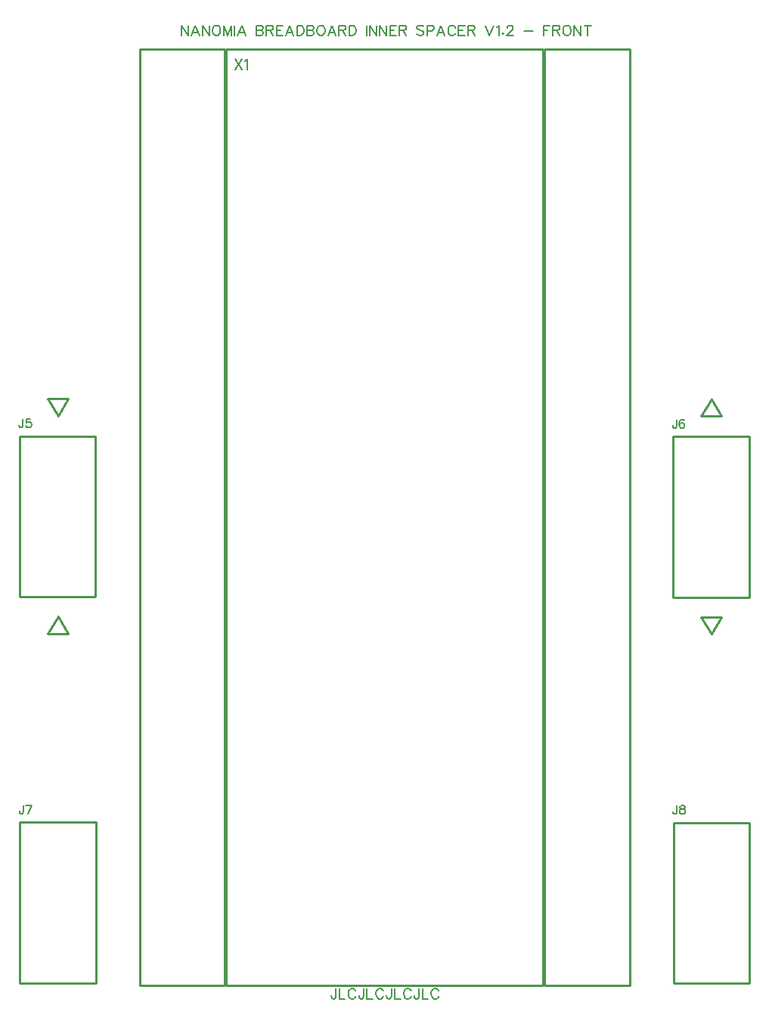
<source format=gto>
G04 Layer: TopSilkscreenLayer*
G04 EasyEDA v6.5.34, 2023-08-21 18:11:39*
G04 fac92c3893cd48509e925d7eb78dc15b,5a6b42c53f6a479593ecc07194224c93,10*
G04 Gerber Generator version 0.2*
G04 Scale: 100 percent, Rotated: No, Reflected: No *
G04 Dimensions in millimeters *
G04 leading zeros omitted , absolute positions ,4 integer and 5 decimal *
%FSLAX45Y45*%
%MOMM*%

%ADD10C,0.1524*%
%ADD11C,0.2032*%
%ADD12C,0.2540*%

%LPD*%
D10*
X524560Y7423150D02*
G01*
X524560Y7350252D01*
X519988Y7336789D01*
X515416Y7332218D01*
X506272Y7327645D01*
X497128Y7327645D01*
X488238Y7332218D01*
X483666Y7336789D01*
X479094Y7350252D01*
X479094Y7359395D01*
X609142Y7423150D02*
G01*
X563676Y7423150D01*
X559104Y7382255D01*
X563676Y7386828D01*
X577138Y7391400D01*
X590854Y7391400D01*
X604570Y7386828D01*
X613714Y7377684D01*
X618032Y7363968D01*
X618032Y7354823D01*
X613714Y7341362D01*
X604570Y7332218D01*
X590854Y7327645D01*
X577138Y7327645D01*
X563676Y7332218D01*
X559104Y7336789D01*
X554532Y7345934D01*
X7843316Y7417308D02*
G01*
X7843316Y7344663D01*
X7838744Y7330947D01*
X7834172Y7326376D01*
X7825028Y7321804D01*
X7815884Y7321804D01*
X7806994Y7326376D01*
X7802422Y7330947D01*
X7797850Y7344663D01*
X7797850Y7353808D01*
X7927898Y7403592D02*
G01*
X7923326Y7412736D01*
X7909610Y7417308D01*
X7900466Y7417308D01*
X7887004Y7412736D01*
X7877860Y7399273D01*
X7873288Y7376413D01*
X7873288Y7353808D01*
X7877860Y7335520D01*
X7887004Y7326376D01*
X7900466Y7321804D01*
X7905038Y7321804D01*
X7918754Y7326376D01*
X7927898Y7335520D01*
X7932470Y7349236D01*
X7932470Y7353808D01*
X7927898Y7367270D01*
X7918754Y7376413D01*
X7905038Y7380986D01*
X7900466Y7380986D01*
X7887004Y7376413D01*
X7877860Y7367270D01*
X7873288Y7353808D01*
X528116Y3099307D02*
G01*
X528116Y3026663D01*
X523544Y3012947D01*
X518972Y3008376D01*
X509828Y3003804D01*
X500684Y3003804D01*
X491794Y3008376D01*
X487222Y3012947D01*
X482650Y3026663D01*
X482650Y3035807D01*
X621842Y3099307D02*
G01*
X576376Y3003804D01*
X558088Y3099307D02*
G01*
X621842Y3099307D01*
X7846872Y3097021D02*
G01*
X7846872Y3024378D01*
X7842300Y3010662D01*
X7837728Y3006089D01*
X7828584Y3001518D01*
X7819440Y3001518D01*
X7810550Y3006089D01*
X7805978Y3010662D01*
X7801406Y3024378D01*
X7801406Y3033521D01*
X7899450Y3097021D02*
G01*
X7885988Y3092450D01*
X7881416Y3083560D01*
X7881416Y3074415D01*
X7885988Y3065271D01*
X7895132Y3060700D01*
X7913166Y3056128D01*
X7926882Y3051555D01*
X7936026Y3042665D01*
X7940598Y3033521D01*
X7940598Y3019805D01*
X7936026Y3010662D01*
X7931454Y3006089D01*
X7917738Y3001518D01*
X7899450Y3001518D01*
X7885988Y3006089D01*
X7881416Y3010662D01*
X7876844Y3019805D01*
X7876844Y3033521D01*
X7881416Y3042665D01*
X7890560Y3051555D01*
X7904022Y3056128D01*
X7922310Y3060700D01*
X7931454Y3065271D01*
X7936026Y3074415D01*
X7936026Y3083560D01*
X7931454Y3092450D01*
X7917738Y3097021D01*
X7899450Y3097021D01*
D11*
X2895658Y11454124D02*
G01*
X2972112Y11339570D01*
X2972112Y11454124D02*
G01*
X2895658Y11339570D01*
X3007926Y11432280D02*
G01*
X3018848Y11437614D01*
X3035358Y11454124D01*
X3035358Y11339570D01*
X4029709Y1048257D02*
G01*
X4029709Y960881D01*
X4024122Y944626D01*
X4018788Y939037D01*
X4007865Y933704D01*
X3996943Y933704D01*
X3986022Y939037D01*
X3980434Y944626D01*
X3975100Y960881D01*
X3975100Y971804D01*
X4065524Y1048257D02*
G01*
X4065524Y933704D01*
X4065524Y933704D02*
G01*
X4131056Y933704D01*
X4248911Y1020826D02*
G01*
X4243577Y1031747D01*
X4232656Y1042670D01*
X4221734Y1048257D01*
X4199890Y1048257D01*
X4188968Y1042670D01*
X4178045Y1031747D01*
X4172458Y1020826D01*
X4167124Y1004570D01*
X4167124Y977392D01*
X4172458Y960881D01*
X4178045Y949960D01*
X4188968Y939037D01*
X4199890Y933704D01*
X4221734Y933704D01*
X4232656Y939037D01*
X4243577Y949960D01*
X4248911Y960881D01*
X4339336Y1048257D02*
G01*
X4339336Y960881D01*
X4334002Y944626D01*
X4328668Y939037D01*
X4317745Y933704D01*
X4306824Y933704D01*
X4295902Y939037D01*
X4290313Y944626D01*
X4284979Y960881D01*
X4284979Y971804D01*
X4375404Y1048257D02*
G01*
X4375404Y933704D01*
X4375404Y933704D02*
G01*
X4440936Y933704D01*
X4558791Y1020826D02*
G01*
X4553204Y1031747D01*
X4542281Y1042670D01*
X4531359Y1048257D01*
X4509770Y1048257D01*
X4498847Y1042670D01*
X4487925Y1031747D01*
X4482338Y1020826D01*
X4477004Y1004570D01*
X4477004Y977392D01*
X4482338Y960881D01*
X4487925Y949960D01*
X4498847Y939037D01*
X4509770Y933704D01*
X4531359Y933704D01*
X4542281Y939037D01*
X4553204Y949960D01*
X4558791Y960881D01*
X4649215Y1048257D02*
G01*
X4649215Y960881D01*
X4643881Y944626D01*
X4638293Y939037D01*
X4627372Y933704D01*
X4616450Y933704D01*
X4605527Y939037D01*
X4600193Y944626D01*
X4594859Y960881D01*
X4594859Y971804D01*
X4685284Y1048257D02*
G01*
X4685284Y933704D01*
X4685284Y933704D02*
G01*
X4750815Y933704D01*
X4868672Y1020826D02*
G01*
X4863084Y1031747D01*
X4852161Y1042670D01*
X4841240Y1048257D01*
X4819395Y1048257D01*
X4808474Y1042670D01*
X4797552Y1031747D01*
X4792218Y1020826D01*
X4786629Y1004570D01*
X4786629Y977392D01*
X4792218Y960881D01*
X4797552Y949960D01*
X4808474Y939037D01*
X4819395Y933704D01*
X4841240Y933704D01*
X4852161Y939037D01*
X4863084Y949960D01*
X4868672Y960881D01*
X4959095Y1048257D02*
G01*
X4959095Y960881D01*
X4953761Y944626D01*
X4948174Y939037D01*
X4937252Y933704D01*
X4926329Y933704D01*
X4915408Y939037D01*
X4910074Y944626D01*
X4904486Y960881D01*
X4904486Y971804D01*
X4995163Y1048257D02*
G01*
X4995163Y933704D01*
X4995163Y933704D02*
G01*
X5060441Y933704D01*
X5178297Y1020826D02*
G01*
X5172963Y1031747D01*
X5162041Y1042670D01*
X5151120Y1048257D01*
X5129275Y1048257D01*
X5118354Y1042670D01*
X5107431Y1031747D01*
X5102097Y1020826D01*
X5096509Y1004570D01*
X5096509Y977392D01*
X5102097Y960881D01*
X5107431Y949960D01*
X5118354Y939037D01*
X5129275Y933704D01*
X5151120Y933704D01*
X5162041Y939037D01*
X5172963Y949960D01*
X5178297Y960881D01*
X2298700Y11830558D02*
G01*
X2298700Y11716004D01*
X2298700Y11830558D02*
G01*
X2375154Y11716004D01*
X2375154Y11830558D02*
G01*
X2375154Y11716004D01*
X2454656Y11830558D02*
G01*
X2410968Y11716004D01*
X2454656Y11830558D02*
G01*
X2498343Y11716004D01*
X2427477Y11754104D02*
G01*
X2482088Y11754104D01*
X2534411Y11830558D02*
G01*
X2534411Y11716004D01*
X2534411Y11830558D02*
G01*
X2610611Y11716004D01*
X2610611Y11830558D02*
G01*
X2610611Y11716004D01*
X2679445Y11830558D02*
G01*
X2668524Y11824970D01*
X2657602Y11814047D01*
X2652268Y11803126D01*
X2646679Y11786870D01*
X2646679Y11759692D01*
X2652268Y11743181D01*
X2657602Y11732260D01*
X2668524Y11721337D01*
X2679445Y11716004D01*
X2701290Y11716004D01*
X2712211Y11721337D01*
X2723134Y11732260D01*
X2728468Y11743181D01*
X2734056Y11759692D01*
X2734056Y11786870D01*
X2728468Y11803126D01*
X2723134Y11814047D01*
X2712211Y11824970D01*
X2701290Y11830558D01*
X2679445Y11830558D01*
X2769870Y11830558D02*
G01*
X2769870Y11716004D01*
X2769870Y11830558D02*
G01*
X2813558Y11716004D01*
X2857245Y11830558D02*
G01*
X2813558Y11716004D01*
X2857245Y11830558D02*
G01*
X2857245Y11716004D01*
X2893313Y11830558D02*
G01*
X2893313Y11716004D01*
X2972815Y11830558D02*
G01*
X2929127Y11716004D01*
X2972815Y11830558D02*
G01*
X3016504Y11716004D01*
X2945638Y11754104D02*
G01*
X3000247Y11754104D01*
X3136391Y11830558D02*
G01*
X3136391Y11716004D01*
X3136391Y11830558D02*
G01*
X3185668Y11830558D01*
X3201924Y11824970D01*
X3207511Y11819636D01*
X3212845Y11808713D01*
X3212845Y11797792D01*
X3207511Y11786870D01*
X3201924Y11781281D01*
X3185668Y11775947D01*
X3136391Y11775947D02*
G01*
X3185668Y11775947D01*
X3201924Y11770613D01*
X3207511Y11765026D01*
X3212845Y11754104D01*
X3212845Y11737847D01*
X3207511Y11726926D01*
X3201924Y11721337D01*
X3185668Y11716004D01*
X3136391Y11716004D01*
X3248913Y11830558D02*
G01*
X3248913Y11716004D01*
X3248913Y11830558D02*
G01*
X3297936Y11830558D01*
X3314445Y11824970D01*
X3319779Y11819636D01*
X3325368Y11808713D01*
X3325368Y11797792D01*
X3319779Y11786870D01*
X3314445Y11781281D01*
X3297936Y11775947D01*
X3248913Y11775947D01*
X3287013Y11775947D02*
G01*
X3325368Y11716004D01*
X3361181Y11830558D02*
G01*
X3361181Y11716004D01*
X3361181Y11830558D02*
G01*
X3432047Y11830558D01*
X3361181Y11775947D02*
G01*
X3404870Y11775947D01*
X3361181Y11716004D02*
G01*
X3432047Y11716004D01*
X3511804Y11830558D02*
G01*
X3468115Y11716004D01*
X3511804Y11830558D02*
G01*
X3555491Y11716004D01*
X3484625Y11754104D02*
G01*
X3538981Y11754104D01*
X3591306Y11830558D02*
G01*
X3591306Y11716004D01*
X3591306Y11830558D02*
G01*
X3629659Y11830558D01*
X3645915Y11824970D01*
X3656838Y11814047D01*
X3662425Y11803126D01*
X3667759Y11786870D01*
X3667759Y11759692D01*
X3662425Y11743181D01*
X3656838Y11732260D01*
X3645915Y11721337D01*
X3629659Y11716004D01*
X3591306Y11716004D01*
X3703827Y11830558D02*
G01*
X3703827Y11716004D01*
X3703827Y11830558D02*
G01*
X3752850Y11830558D01*
X3769359Y11824970D01*
X3774693Y11819636D01*
X3780027Y11808713D01*
X3780027Y11797792D01*
X3774693Y11786870D01*
X3769359Y11781281D01*
X3752850Y11775947D01*
X3703827Y11775947D02*
G01*
X3752850Y11775947D01*
X3769359Y11770613D01*
X3774693Y11765026D01*
X3780027Y11754104D01*
X3780027Y11737847D01*
X3774693Y11726926D01*
X3769359Y11721337D01*
X3752850Y11716004D01*
X3703827Y11716004D01*
X3848861Y11830558D02*
G01*
X3837940Y11824970D01*
X3827018Y11814047D01*
X3821684Y11803126D01*
X3816095Y11786870D01*
X3816095Y11759692D01*
X3821684Y11743181D01*
X3827018Y11732260D01*
X3837940Y11721337D01*
X3848861Y11716004D01*
X3870706Y11716004D01*
X3881627Y11721337D01*
X3892550Y11732260D01*
X3897884Y11743181D01*
X3903472Y11759692D01*
X3903472Y11786870D01*
X3897884Y11803126D01*
X3892550Y11814047D01*
X3881627Y11824970D01*
X3870706Y11830558D01*
X3848861Y11830558D01*
X3982974Y11830558D02*
G01*
X3939540Y11716004D01*
X3982974Y11830558D02*
G01*
X4026661Y11716004D01*
X3955795Y11754104D02*
G01*
X4010406Y11754104D01*
X4062729Y11830558D02*
G01*
X4062729Y11716004D01*
X4062729Y11830558D02*
G01*
X4111752Y11830558D01*
X4128261Y11824970D01*
X4133595Y11819636D01*
X4139184Y11808713D01*
X4139184Y11797792D01*
X4133595Y11786870D01*
X4128261Y11781281D01*
X4111752Y11775947D01*
X4062729Y11775947D01*
X4100829Y11775947D02*
G01*
X4139184Y11716004D01*
X4174997Y11830558D02*
G01*
X4174997Y11716004D01*
X4174997Y11830558D02*
G01*
X4213352Y11830558D01*
X4229608Y11824970D01*
X4240529Y11814047D01*
X4245863Y11803126D01*
X4251452Y11786870D01*
X4251452Y11759692D01*
X4245863Y11743181D01*
X4240529Y11732260D01*
X4229608Y11721337D01*
X4213352Y11716004D01*
X4174997Y11716004D01*
X4371340Y11830558D02*
G01*
X4371340Y11716004D01*
X4407408Y11830558D02*
G01*
X4407408Y11716004D01*
X4407408Y11830558D02*
G01*
X4483861Y11716004D01*
X4483861Y11830558D02*
G01*
X4483861Y11716004D01*
X4519675Y11830558D02*
G01*
X4519675Y11716004D01*
X4519675Y11830558D02*
G01*
X4596129Y11716004D01*
X4596129Y11830558D02*
G01*
X4596129Y11716004D01*
X4632197Y11830558D02*
G01*
X4632197Y11716004D01*
X4632197Y11830558D02*
G01*
X4703063Y11830558D01*
X4632197Y11775947D02*
G01*
X4675886Y11775947D01*
X4632197Y11716004D02*
G01*
X4703063Y11716004D01*
X4739131Y11830558D02*
G01*
X4739131Y11716004D01*
X4739131Y11830558D02*
G01*
X4788154Y11830558D01*
X4804409Y11824970D01*
X4809997Y11819636D01*
X4815331Y11808713D01*
X4815331Y11797792D01*
X4809997Y11786870D01*
X4804409Y11781281D01*
X4788154Y11775947D01*
X4739131Y11775947D01*
X4777231Y11775947D02*
G01*
X4815331Y11716004D01*
X5011674Y11814047D02*
G01*
X5000752Y11824970D01*
X4984495Y11830558D01*
X4962652Y11830558D01*
X4946395Y11824970D01*
X4935474Y11814047D01*
X4935474Y11803126D01*
X4940808Y11792204D01*
X4946395Y11786870D01*
X4957318Y11781281D01*
X4990084Y11770613D01*
X5000752Y11765026D01*
X5006340Y11759692D01*
X5011674Y11748770D01*
X5011674Y11732260D01*
X5000752Y11721337D01*
X4984495Y11716004D01*
X4962652Y11716004D01*
X4946395Y11721337D01*
X4935474Y11732260D01*
X5047741Y11830558D02*
G01*
X5047741Y11716004D01*
X5047741Y11830558D02*
G01*
X5096763Y11830558D01*
X5113274Y11824970D01*
X5118608Y11819636D01*
X5124195Y11808713D01*
X5124195Y11792204D01*
X5118608Y11781281D01*
X5113274Y11775947D01*
X5096763Y11770613D01*
X5047741Y11770613D01*
X5203697Y11830558D02*
G01*
X5160263Y11716004D01*
X5203697Y11830558D02*
G01*
X5247386Y11716004D01*
X5176520Y11754104D02*
G01*
X5231129Y11754104D01*
X5365241Y11803126D02*
G01*
X5359908Y11814047D01*
X5348986Y11824970D01*
X5338063Y11830558D01*
X5316220Y11830558D01*
X5305297Y11824970D01*
X5294375Y11814047D01*
X5288788Y11803126D01*
X5283454Y11786870D01*
X5283454Y11759692D01*
X5288788Y11743181D01*
X5294375Y11732260D01*
X5305297Y11721337D01*
X5316220Y11716004D01*
X5338063Y11716004D01*
X5348986Y11721337D01*
X5359908Y11732260D01*
X5365241Y11743181D01*
X5401309Y11830558D02*
G01*
X5401309Y11716004D01*
X5401309Y11830558D02*
G01*
X5472175Y11830558D01*
X5401309Y11775947D02*
G01*
X5444997Y11775947D01*
X5401309Y11716004D02*
G01*
X5472175Y11716004D01*
X5508243Y11830558D02*
G01*
X5508243Y11716004D01*
X5508243Y11830558D02*
G01*
X5557265Y11830558D01*
X5573522Y11824970D01*
X5579109Y11819636D01*
X5584443Y11808713D01*
X5584443Y11797792D01*
X5579109Y11786870D01*
X5573522Y11781281D01*
X5557265Y11775947D01*
X5508243Y11775947D01*
X5546343Y11775947D02*
G01*
X5584443Y11716004D01*
X5704586Y11830558D02*
G01*
X5748274Y11716004D01*
X5791708Y11830558D02*
G01*
X5748274Y11716004D01*
X5827775Y11808713D02*
G01*
X5838697Y11814047D01*
X5854954Y11830558D01*
X5854954Y11716004D01*
X5896609Y11743181D02*
G01*
X5891022Y11737847D01*
X5896609Y11732260D01*
X5901943Y11737847D01*
X5896609Y11743181D01*
X5943345Y11803126D02*
G01*
X5943345Y11808713D01*
X5948934Y11819636D01*
X5954268Y11824970D01*
X5965190Y11830558D01*
X5987034Y11830558D01*
X5997956Y11824970D01*
X6003543Y11819636D01*
X6008877Y11808713D01*
X6008877Y11797792D01*
X6003543Y11786870D01*
X5992622Y11770613D01*
X5938011Y11716004D01*
X6014211Y11716004D01*
X6134354Y11765026D02*
G01*
X6232397Y11765026D01*
X6352540Y11830558D02*
G01*
X6352540Y11716004D01*
X6352540Y11830558D02*
G01*
X6423406Y11830558D01*
X6352540Y11775947D02*
G01*
X6396227Y11775947D01*
X6459474Y11830558D02*
G01*
X6459474Y11716004D01*
X6459474Y11830558D02*
G01*
X6508495Y11830558D01*
X6524752Y11824970D01*
X6530340Y11819636D01*
X6535674Y11808713D01*
X6535674Y11797792D01*
X6530340Y11786870D01*
X6524752Y11781281D01*
X6508495Y11775947D01*
X6459474Y11775947D01*
X6497574Y11775947D02*
G01*
X6535674Y11716004D01*
X6604508Y11830558D02*
G01*
X6593586Y11824970D01*
X6582663Y11814047D01*
X6577329Y11803126D01*
X6571741Y11786870D01*
X6571741Y11759692D01*
X6577329Y11743181D01*
X6582663Y11732260D01*
X6593586Y11721337D01*
X6604508Y11716004D01*
X6626352Y11716004D01*
X6637274Y11721337D01*
X6648195Y11732260D01*
X6653529Y11743181D01*
X6659118Y11759692D01*
X6659118Y11786870D01*
X6653529Y11803126D01*
X6648195Y11814047D01*
X6637274Y11824970D01*
X6626352Y11830558D01*
X6604508Y11830558D01*
X6694931Y11830558D02*
G01*
X6694931Y11716004D01*
X6694931Y11830558D02*
G01*
X6771386Y11716004D01*
X6771386Y11830558D02*
G01*
X6771386Y11716004D01*
X6845554Y11830558D02*
G01*
X6845554Y11716004D01*
X6807454Y11830558D02*
G01*
X6883908Y11830558D01*
D12*
X800150Y7649971D02*
G01*
X1028750Y7649971D01*
X914450Y7459471D01*
X800150Y7649971D01*
X8118934Y7453729D02*
G01*
X8347534Y7453729D01*
X8233234Y7644229D01*
X8118934Y7453729D01*
X8347534Y5205829D02*
G01*
X8118934Y5205829D01*
X8233234Y5015329D01*
X8347534Y5205829D01*
X1028750Y5021071D02*
G01*
X800150Y5021071D01*
X914450Y5211571D01*
X1028750Y5021071D01*
X485851Y7230897D02*
G01*
X1335862Y7230897D01*
X1335862Y5430901D01*
X485851Y5430901D01*
X485851Y7230897D01*
X7804632Y7225156D02*
G01*
X8654643Y7225156D01*
X8654643Y5425160D01*
X7804632Y5425160D01*
X7804632Y7225156D01*
X489432Y2907156D02*
G01*
X1339443Y2907156D01*
X1339443Y1107160D01*
X489432Y1107160D01*
X489432Y2907156D01*
X7808188Y2904870D02*
G01*
X8658199Y2904870D01*
X8658199Y1104874D01*
X7808188Y1104874D01*
X7808188Y2904870D01*
X1834261Y11561571D02*
G01*
X2781350Y11561571D01*
X2781350Y1083284D01*
X1834261Y1083284D01*
X1834261Y11561571D01*
X2794050Y11561571D02*
G01*
X6349466Y11561571D01*
X6349466Y1083284D01*
X2794050Y1083284D01*
X2794050Y11561571D01*
X6362750Y11561571D02*
G01*
X7318171Y11561571D01*
X7318171Y1083284D01*
X6362750Y1083284D01*
X6362750Y11561571D01*
M02*

</source>
